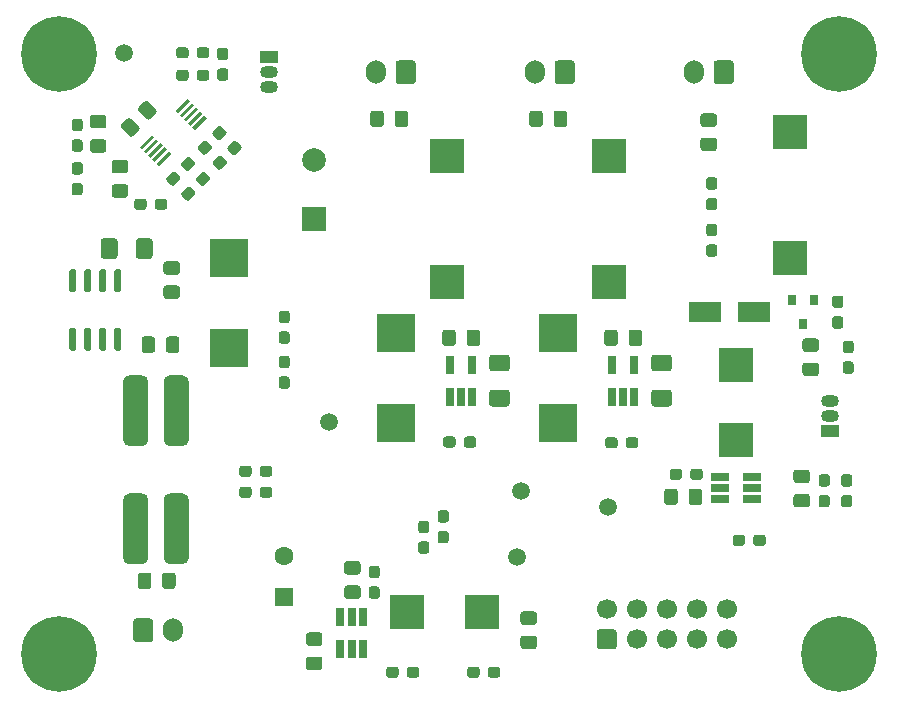
<source format=gbr>
%TF.GenerationSoftware,KiCad,Pcbnew,(5.1.6)-1*%
%TF.CreationDate,2020-11-03T02:47:29-08:00*%
%TF.ProjectId,Power Board V2,506f7765-7220-4426-9f61-72642056322e,rev?*%
%TF.SameCoordinates,Original*%
%TF.FileFunction,Soldermask,Top*%
%TF.FilePolarity,Negative*%
%FSLAX46Y46*%
G04 Gerber Fmt 4.6, Leading zero omitted, Abs format (unit mm)*
G04 Created by KiCad (PCBNEW (5.1.6)-1) date 2020-11-03 02:47:29*
%MOMM*%
%LPD*%
G01*
G04 APERTURE LIST*
%ADD10C,0.100000*%
%ADD11R,1.500000X1.050000*%
%ADD12O,1.500000X1.050000*%
%ADD13R,3.000000X3.000000*%
%ADD14R,3.300000X3.300000*%
%ADD15R,2.000000X2.000000*%
%ADD16C,2.000000*%
%ADD17R,0.800000X0.900000*%
%ADD18R,1.560000X0.650000*%
%ADD19R,0.650000X1.560000*%
%ADD20R,2.700000X1.800000*%
%ADD21O,1.700000X2.000000*%
%ADD22C,0.800000*%
%ADD23C,6.400000*%
%ADD24R,1.600000X1.600000*%
%ADD25C,1.600000*%
%ADD26C,1.700000*%
%ADD27C,1.500000*%
G04 APERTURE END LIST*
%TO.C,R2*%
G36*
G01*
X110432001Y-85021000D02*
X109531999Y-85021000D01*
G75*
G02*
X109282000Y-84771001I0J249999D01*
G01*
X109282000Y-84120999D01*
G75*
G02*
X109531999Y-83871000I249999J0D01*
G01*
X110432001Y-83871000D01*
G75*
G02*
X110682000Y-84120999I0J-249999D01*
G01*
X110682000Y-84771001D01*
G75*
G02*
X110432001Y-85021000I-249999J0D01*
G01*
G37*
G36*
G01*
X110432001Y-87071000D02*
X109531999Y-87071000D01*
G75*
G02*
X109282000Y-86821001I0J249999D01*
G01*
X109282000Y-86170999D01*
G75*
G02*
X109531999Y-85921000I249999J0D01*
G01*
X110432001Y-85921000D01*
G75*
G02*
X110682000Y-86170999I0J-249999D01*
G01*
X110682000Y-86821001D01*
G75*
G02*
X110432001Y-87071000I-249999J0D01*
G01*
G37*
%TD*%
D10*
%TO.C,IC1*%
G36*
X118980115Y-83912109D02*
G01*
X119178104Y-84110098D01*
X118138657Y-85149545D01*
X117940668Y-84951556D01*
X118980115Y-83912109D01*
G37*
G36*
X118626562Y-83558556D02*
G01*
X118824551Y-83756545D01*
X117785104Y-84795992D01*
X117587115Y-84598003D01*
X118626562Y-83558556D01*
G37*
G36*
X118273009Y-83205002D02*
G01*
X118470998Y-83402991D01*
X117431551Y-84442438D01*
X117233562Y-84244449D01*
X118273009Y-83205002D01*
G37*
G36*
X117919455Y-82851449D02*
G01*
X118117444Y-83049438D01*
X117077997Y-84088885D01*
X116880008Y-83890896D01*
X117919455Y-82851449D01*
G37*
G36*
X117565902Y-82497896D02*
G01*
X117763891Y-82695885D01*
X116724444Y-83735332D01*
X116526455Y-83537343D01*
X117565902Y-82497896D01*
G37*
G36*
X114525343Y-85538455D02*
G01*
X114723332Y-85736444D01*
X113683885Y-86775891D01*
X113485896Y-86577902D01*
X114525343Y-85538455D01*
G37*
G36*
X114878896Y-85892008D02*
G01*
X115076885Y-86089997D01*
X114037438Y-87129444D01*
X113839449Y-86931455D01*
X114878896Y-85892008D01*
G37*
G36*
X115232449Y-86245562D02*
G01*
X115430438Y-86443551D01*
X114390991Y-87482998D01*
X114193002Y-87285009D01*
X115232449Y-86245562D01*
G37*
G36*
X115586003Y-86599115D02*
G01*
X115783992Y-86797104D01*
X114744545Y-87836551D01*
X114546556Y-87638562D01*
X115586003Y-86599115D01*
G37*
G36*
X115939556Y-86952668D02*
G01*
X116137545Y-87150657D01*
X115098098Y-88190104D01*
X114900109Y-87992115D01*
X115939556Y-86952668D01*
G37*
%TD*%
D11*
%TO.C,Q1*%
X124460000Y-78994000D03*
D12*
X124460000Y-81534000D03*
X124460000Y-80264000D03*
%TD*%
D13*
%TO.C,L2*%
X163957000Y-111354000D03*
X163957000Y-105054000D03*
%TD*%
%TO.C,L6*%
X142469000Y-125984000D03*
X136169000Y-125984000D03*
%TD*%
%TO.C,L3*%
X139509500Y-87360000D03*
X139509500Y-98060000D03*
%TD*%
%TO.C,L5*%
X153225500Y-87360000D03*
X153225500Y-98060000D03*
%TD*%
%TO.C,L4*%
X168529000Y-96028000D03*
X168529000Y-85328000D03*
%TD*%
%TO.C,R8*%
G36*
G01*
X120456011Y-84871913D02*
X120791887Y-85207789D01*
G75*
G02*
X120791887Y-85543665I-167938J-167938D01*
G01*
X120385301Y-85950251D01*
G75*
G02*
X120049425Y-85950251I-167938J167938D01*
G01*
X119713549Y-85614375D01*
G75*
G02*
X119713549Y-85278499I167938J167938D01*
G01*
X120120135Y-84871913D01*
G75*
G02*
X120456011Y-84871913I167938J-167938D01*
G01*
G37*
G36*
G01*
X119218575Y-86109349D02*
X119554451Y-86445225D01*
G75*
G02*
X119554451Y-86781101I-167938J-167938D01*
G01*
X119147865Y-87187687D01*
G75*
G02*
X118811989Y-87187687I-167938J167938D01*
G01*
X118476113Y-86851811D01*
G75*
G02*
X118476113Y-86515935I167938J167938D01*
G01*
X118882699Y-86109349D01*
G75*
G02*
X119218575Y-86109349I167938J-167938D01*
G01*
G37*
%TD*%
%TO.C,R3*%
G36*
G01*
X120760500Y-79228200D02*
X120285500Y-79228200D01*
G75*
G02*
X120048000Y-78990700I0J237500D01*
G01*
X120048000Y-78415700D01*
G75*
G02*
X120285500Y-78178200I237500J0D01*
G01*
X120760500Y-78178200D01*
G75*
G02*
X120998000Y-78415700I0J-237500D01*
G01*
X120998000Y-78990700D01*
G75*
G02*
X120760500Y-79228200I-237500J0D01*
G01*
G37*
G36*
G01*
X120760500Y-80978200D02*
X120285500Y-80978200D01*
G75*
G02*
X120048000Y-80740700I0J237500D01*
G01*
X120048000Y-80165700D01*
G75*
G02*
X120285500Y-79928200I237500J0D01*
G01*
X120760500Y-79928200D01*
G75*
G02*
X120998000Y-80165700I0J-237500D01*
G01*
X120998000Y-80740700D01*
G75*
G02*
X120760500Y-80978200I-237500J0D01*
G01*
G37*
%TD*%
%TO.C,C8*%
G36*
G01*
X108441500Y-85248000D02*
X107966500Y-85248000D01*
G75*
G02*
X107729000Y-85010500I0J237500D01*
G01*
X107729000Y-84435500D01*
G75*
G02*
X107966500Y-84198000I237500J0D01*
G01*
X108441500Y-84198000D01*
G75*
G02*
X108679000Y-84435500I0J-237500D01*
G01*
X108679000Y-85010500D01*
G75*
G02*
X108441500Y-85248000I-237500J0D01*
G01*
G37*
G36*
G01*
X108441500Y-86998000D02*
X107966500Y-86998000D01*
G75*
G02*
X107729000Y-86760500I0J237500D01*
G01*
X107729000Y-86185500D01*
G75*
G02*
X107966500Y-85948000I237500J0D01*
G01*
X108441500Y-85948000D01*
G75*
G02*
X108679000Y-86185500I0J-237500D01*
G01*
X108679000Y-86760500D01*
G75*
G02*
X108441500Y-86998000I-237500J0D01*
G01*
G37*
%TD*%
%TO.C,R5*%
G36*
G01*
X108441500Y-88931000D02*
X107966500Y-88931000D01*
G75*
G02*
X107729000Y-88693500I0J237500D01*
G01*
X107729000Y-88118500D01*
G75*
G02*
X107966500Y-87881000I237500J0D01*
G01*
X108441500Y-87881000D01*
G75*
G02*
X108679000Y-88118500I0J-237500D01*
G01*
X108679000Y-88693500D01*
G75*
G02*
X108441500Y-88931000I-237500J0D01*
G01*
G37*
G36*
G01*
X108441500Y-90681000D02*
X107966500Y-90681000D01*
G75*
G02*
X107729000Y-90443500I0J237500D01*
G01*
X107729000Y-89868500D01*
G75*
G02*
X107966500Y-89631000I237500J0D01*
G01*
X108441500Y-89631000D01*
G75*
G02*
X108679000Y-89868500I0J-237500D01*
G01*
X108679000Y-90443500D01*
G75*
G02*
X108441500Y-90681000I-237500J0D01*
G01*
G37*
%TD*%
D14*
%TO.C,D1*%
X121094500Y-103622000D03*
X121094500Y-96022000D03*
%TD*%
%TO.C,D2*%
X135191500Y-102372000D03*
X135191500Y-109972000D03*
%TD*%
%TO.C,D4*%
X148907500Y-102372000D03*
X148907500Y-109972000D03*
%TD*%
%TO.C,L1*%
G36*
G01*
X112081500Y-121381500D02*
X112081500Y-116456500D01*
G75*
G02*
X112619000Y-115919000I537500J0D01*
G01*
X113694000Y-115919000D01*
G75*
G02*
X114231500Y-116456500I0J-537500D01*
G01*
X114231500Y-121381500D01*
G75*
G02*
X113694000Y-121919000I-537500J0D01*
G01*
X112619000Y-121919000D01*
G75*
G02*
X112081500Y-121381500I0J537500D01*
G01*
G37*
G36*
G01*
X115511500Y-121381500D02*
X115511500Y-116456500D01*
G75*
G02*
X116049000Y-115919000I537500J0D01*
G01*
X117124000Y-115919000D01*
G75*
G02*
X117661500Y-116456500I0J-537500D01*
G01*
X117661500Y-121381500D01*
G75*
G02*
X117124000Y-121919000I-537500J0D01*
G01*
X116049000Y-121919000D01*
G75*
G02*
X115511500Y-121381500I0J537500D01*
G01*
G37*
G36*
G01*
X115511500Y-111381500D02*
X115511500Y-106456500D01*
G75*
G02*
X116049000Y-105919000I537500J0D01*
G01*
X117124000Y-105919000D01*
G75*
G02*
X117661500Y-106456500I0J-537500D01*
G01*
X117661500Y-111381500D01*
G75*
G02*
X117124000Y-111919000I-537500J0D01*
G01*
X116049000Y-111919000D01*
G75*
G02*
X115511500Y-111381500I0J537500D01*
G01*
G37*
G36*
G01*
X112081500Y-111381500D02*
X112081500Y-106456500D01*
G75*
G02*
X112619000Y-105919000I537500J0D01*
G01*
X113694000Y-105919000D01*
G75*
G02*
X114231500Y-106456500I0J-537500D01*
G01*
X114231500Y-111381500D01*
G75*
G02*
X113694000Y-111919000I-537500J0D01*
G01*
X112619000Y-111919000D01*
G75*
G02*
X112081500Y-111381500I0J537500D01*
G01*
G37*
%TD*%
%TO.C,R1*%
G36*
G01*
X112273501Y-90881000D02*
X111373499Y-90881000D01*
G75*
G02*
X111123500Y-90631001I0J249999D01*
G01*
X111123500Y-89980999D01*
G75*
G02*
X111373499Y-89731000I249999J0D01*
G01*
X112273501Y-89731000D01*
G75*
G02*
X112523500Y-89980999I0J-249999D01*
G01*
X112523500Y-90631001D01*
G75*
G02*
X112273501Y-90881000I-249999J0D01*
G01*
G37*
G36*
G01*
X112273501Y-88831000D02*
X111373499Y-88831000D01*
G75*
G02*
X111123500Y-88581001I0J249999D01*
G01*
X111123500Y-87930999D01*
G75*
G02*
X111373499Y-87681000I249999J0D01*
G01*
X112273501Y-87681000D01*
G75*
G02*
X112523500Y-87930999I0J-249999D01*
G01*
X112523500Y-88581001D01*
G75*
G02*
X112273501Y-88831000I-249999J0D01*
G01*
G37*
%TD*%
D15*
%TO.C,C23*%
X128270000Y-92710000D03*
D16*
X128270000Y-87710000D03*
%TD*%
%TO.C,Q2*%
G36*
G01*
X111483000Y-96943500D02*
X111783000Y-96943500D01*
G75*
G02*
X111933000Y-97093500I0J-150000D01*
G01*
X111933000Y-98743500D01*
G75*
G02*
X111783000Y-98893500I-150000J0D01*
G01*
X111483000Y-98893500D01*
G75*
G02*
X111333000Y-98743500I0J150000D01*
G01*
X111333000Y-97093500D01*
G75*
G02*
X111483000Y-96943500I150000J0D01*
G01*
G37*
G36*
G01*
X110213000Y-96943500D02*
X110513000Y-96943500D01*
G75*
G02*
X110663000Y-97093500I0J-150000D01*
G01*
X110663000Y-98743500D01*
G75*
G02*
X110513000Y-98893500I-150000J0D01*
G01*
X110213000Y-98893500D01*
G75*
G02*
X110063000Y-98743500I0J150000D01*
G01*
X110063000Y-97093500D01*
G75*
G02*
X110213000Y-96943500I150000J0D01*
G01*
G37*
G36*
G01*
X108943000Y-96943500D02*
X109243000Y-96943500D01*
G75*
G02*
X109393000Y-97093500I0J-150000D01*
G01*
X109393000Y-98743500D01*
G75*
G02*
X109243000Y-98893500I-150000J0D01*
G01*
X108943000Y-98893500D01*
G75*
G02*
X108793000Y-98743500I0J150000D01*
G01*
X108793000Y-97093500D01*
G75*
G02*
X108943000Y-96943500I150000J0D01*
G01*
G37*
G36*
G01*
X107673000Y-96943500D02*
X107973000Y-96943500D01*
G75*
G02*
X108123000Y-97093500I0J-150000D01*
G01*
X108123000Y-98743500D01*
G75*
G02*
X107973000Y-98893500I-150000J0D01*
G01*
X107673000Y-98893500D01*
G75*
G02*
X107523000Y-98743500I0J150000D01*
G01*
X107523000Y-97093500D01*
G75*
G02*
X107673000Y-96943500I150000J0D01*
G01*
G37*
G36*
G01*
X107673000Y-101893500D02*
X107973000Y-101893500D01*
G75*
G02*
X108123000Y-102043500I0J-150000D01*
G01*
X108123000Y-103693500D01*
G75*
G02*
X107973000Y-103843500I-150000J0D01*
G01*
X107673000Y-103843500D01*
G75*
G02*
X107523000Y-103693500I0J150000D01*
G01*
X107523000Y-102043500D01*
G75*
G02*
X107673000Y-101893500I150000J0D01*
G01*
G37*
G36*
G01*
X108943000Y-101893500D02*
X109243000Y-101893500D01*
G75*
G02*
X109393000Y-102043500I0J-150000D01*
G01*
X109393000Y-103693500D01*
G75*
G02*
X109243000Y-103843500I-150000J0D01*
G01*
X108943000Y-103843500D01*
G75*
G02*
X108793000Y-103693500I0J150000D01*
G01*
X108793000Y-102043500D01*
G75*
G02*
X108943000Y-101893500I150000J0D01*
G01*
G37*
G36*
G01*
X110213000Y-101893500D02*
X110513000Y-101893500D01*
G75*
G02*
X110663000Y-102043500I0J-150000D01*
G01*
X110663000Y-103693500D01*
G75*
G02*
X110513000Y-103843500I-150000J0D01*
G01*
X110213000Y-103843500D01*
G75*
G02*
X110063000Y-103693500I0J150000D01*
G01*
X110063000Y-102043500D01*
G75*
G02*
X110213000Y-101893500I150000J0D01*
G01*
G37*
G36*
G01*
X111483000Y-101893500D02*
X111783000Y-101893500D01*
G75*
G02*
X111933000Y-102043500I0J-150000D01*
G01*
X111933000Y-103693500D01*
G75*
G02*
X111783000Y-103843500I-150000J0D01*
G01*
X111483000Y-103843500D01*
G75*
G02*
X111333000Y-103693500I0J150000D01*
G01*
X111333000Y-102043500D01*
G75*
G02*
X111483000Y-101893500I150000J0D01*
G01*
G37*
%TD*%
%TO.C,R7*%
G36*
G01*
X121319425Y-87220251D02*
X120983549Y-86884375D01*
G75*
G02*
X120983549Y-86548499I167938J167938D01*
G01*
X121390135Y-86141913D01*
G75*
G02*
X121726011Y-86141913I167938J-167938D01*
G01*
X122061887Y-86477789D01*
G75*
G02*
X122061887Y-86813665I-167938J-167938D01*
G01*
X121655301Y-87220251D01*
G75*
G02*
X121319425Y-87220251I-167938J167938D01*
G01*
G37*
G36*
G01*
X120081989Y-88457687D02*
X119746113Y-88121811D01*
G75*
G02*
X119746113Y-87785935I167938J167938D01*
G01*
X120152699Y-87379349D01*
G75*
G02*
X120488575Y-87379349I167938J-167938D01*
G01*
X120824451Y-87715225D01*
G75*
G02*
X120824451Y-88051101I-167938J-167938D01*
G01*
X120417865Y-88457687D01*
G75*
G02*
X120081989Y-88457687I-167938J167938D01*
G01*
G37*
%TD*%
%TO.C,C3*%
G36*
G01*
X117633000Y-78375500D02*
X117633000Y-78850500D01*
G75*
G02*
X117395500Y-79088000I-237500J0D01*
G01*
X116820500Y-79088000D01*
G75*
G02*
X116583000Y-78850500I0J237500D01*
G01*
X116583000Y-78375500D01*
G75*
G02*
X116820500Y-78138000I237500J0D01*
G01*
X117395500Y-78138000D01*
G75*
G02*
X117633000Y-78375500I0J-237500D01*
G01*
G37*
G36*
G01*
X119383000Y-78375500D02*
X119383000Y-78850500D01*
G75*
G02*
X119145500Y-79088000I-237500J0D01*
G01*
X118570500Y-79088000D01*
G75*
G02*
X118333000Y-78850500I0J237500D01*
G01*
X118333000Y-78375500D01*
G75*
G02*
X118570500Y-78138000I237500J0D01*
G01*
X119145500Y-78138000D01*
G75*
G02*
X119383000Y-78375500I0J-237500D01*
G01*
G37*
%TD*%
%TO.C,C4*%
G36*
G01*
X119383000Y-80280500D02*
X119383000Y-80755500D01*
G75*
G02*
X119145500Y-80993000I-237500J0D01*
G01*
X118570500Y-80993000D01*
G75*
G02*
X118333000Y-80755500I0J237500D01*
G01*
X118333000Y-80280500D01*
G75*
G02*
X118570500Y-80043000I237500J0D01*
G01*
X119145500Y-80043000D01*
G75*
G02*
X119383000Y-80280500I0J-237500D01*
G01*
G37*
G36*
G01*
X117633000Y-80280500D02*
X117633000Y-80755500D01*
G75*
G02*
X117395500Y-80993000I-237500J0D01*
G01*
X116820500Y-80993000D01*
G75*
G02*
X116583000Y-80755500I0J237500D01*
G01*
X116583000Y-80280500D01*
G75*
G02*
X116820500Y-80043000I237500J0D01*
G01*
X117395500Y-80043000D01*
G75*
G02*
X117633000Y-80280500I0J-237500D01*
G01*
G37*
%TD*%
%TO.C,C5*%
G36*
G01*
X117414989Y-91073887D02*
X117079113Y-90738011D01*
G75*
G02*
X117079113Y-90402135I167938J167938D01*
G01*
X117485699Y-89995549D01*
G75*
G02*
X117821575Y-89995549I167938J-167938D01*
G01*
X118157451Y-90331425D01*
G75*
G02*
X118157451Y-90667301I-167938J-167938D01*
G01*
X117750865Y-91073887D01*
G75*
G02*
X117414989Y-91073887I-167938J167938D01*
G01*
G37*
G36*
G01*
X118652425Y-89836451D02*
X118316549Y-89500575D01*
G75*
G02*
X118316549Y-89164699I167938J167938D01*
G01*
X118723135Y-88758113D01*
G75*
G02*
X119059011Y-88758113I167938J-167938D01*
G01*
X119394887Y-89093989D01*
G75*
G02*
X119394887Y-89429865I-167938J-167938D01*
G01*
X118988301Y-89836451D01*
G75*
G02*
X118652425Y-89836451I-167938J167938D01*
G01*
G37*
%TD*%
%TO.C,C7*%
G36*
G01*
X117382425Y-88566451D02*
X117046549Y-88230575D01*
G75*
G02*
X117046549Y-87894699I167938J167938D01*
G01*
X117453135Y-87488113D01*
G75*
G02*
X117789011Y-87488113I167938J-167938D01*
G01*
X118124887Y-87823989D01*
G75*
G02*
X118124887Y-88159865I-167938J-167938D01*
G01*
X117718301Y-88566451D01*
G75*
G02*
X117382425Y-88566451I-167938J167938D01*
G01*
G37*
G36*
G01*
X116144989Y-89803887D02*
X115809113Y-89468011D01*
G75*
G02*
X115809113Y-89132135I167938J167938D01*
G01*
X116215699Y-88725549D01*
G75*
G02*
X116551575Y-88725549I167938J-167938D01*
G01*
X116887451Y-89061425D01*
G75*
G02*
X116887451Y-89397301I-167938J-167938D01*
G01*
X116480865Y-89803887D01*
G75*
G02*
X116144989Y-89803887I-167938J167938D01*
G01*
G37*
%TD*%
%TO.C,C9*%
G36*
G01*
X116655001Y-99453500D02*
X115754999Y-99453500D01*
G75*
G02*
X115505000Y-99203501I0J249999D01*
G01*
X115505000Y-98553499D01*
G75*
G02*
X115754999Y-98303500I249999J0D01*
G01*
X116655001Y-98303500D01*
G75*
G02*
X116905000Y-98553499I0J-249999D01*
G01*
X116905000Y-99203501D01*
G75*
G02*
X116655001Y-99453500I-249999J0D01*
G01*
G37*
G36*
G01*
X116655001Y-97403500D02*
X115754999Y-97403500D01*
G75*
G02*
X115505000Y-97153501I0J249999D01*
G01*
X115505000Y-96503499D01*
G75*
G02*
X115754999Y-96253500I249999J0D01*
G01*
X116655001Y-96253500D01*
G75*
G02*
X116905000Y-96503499I0J-249999D01*
G01*
X116905000Y-97153501D01*
G75*
G02*
X116655001Y-97403500I-249999J0D01*
G01*
G37*
%TD*%
%TO.C,C12*%
G36*
G01*
X159062000Y-115754999D02*
X159062000Y-116655001D01*
G75*
G02*
X158812001Y-116905000I-249999J0D01*
G01*
X158161999Y-116905000D01*
G75*
G02*
X157912000Y-116655001I0J249999D01*
G01*
X157912000Y-115754999D01*
G75*
G02*
X158161999Y-115505000I249999J0D01*
G01*
X158812001Y-115505000D01*
G75*
G02*
X159062000Y-115754999I0J-249999D01*
G01*
G37*
G36*
G01*
X161112000Y-115754999D02*
X161112000Y-116655001D01*
G75*
G02*
X160862001Y-116905000I-249999J0D01*
G01*
X160211999Y-116905000D01*
G75*
G02*
X159962000Y-116655001I0J249999D01*
G01*
X159962000Y-115754999D01*
G75*
G02*
X160211999Y-115505000I249999J0D01*
G01*
X160862001Y-115505000D01*
G75*
G02*
X161112000Y-115754999I0J-249999D01*
G01*
G37*
%TD*%
%TO.C,C13*%
G36*
G01*
X169995001Y-117106500D02*
X169094999Y-117106500D01*
G75*
G02*
X168845000Y-116856501I0J249999D01*
G01*
X168845000Y-116206499D01*
G75*
G02*
X169094999Y-115956500I249999J0D01*
G01*
X169995001Y-115956500D01*
G75*
G02*
X170245000Y-116206499I0J-249999D01*
G01*
X170245000Y-116856501D01*
G75*
G02*
X169995001Y-117106500I-249999J0D01*
G01*
G37*
G36*
G01*
X169995001Y-115056500D02*
X169094999Y-115056500D01*
G75*
G02*
X168845000Y-114806501I0J249999D01*
G01*
X168845000Y-114156499D01*
G75*
G02*
X169094999Y-113906500I249999J0D01*
G01*
X169995001Y-113906500D01*
G75*
G02*
X170245000Y-114156499I0J-249999D01*
G01*
X170245000Y-114806501D01*
G75*
G02*
X169995001Y-115056500I-249999J0D01*
G01*
G37*
%TD*%
%TO.C,C14*%
G36*
G01*
X169856999Y-102794000D02*
X170757001Y-102794000D01*
G75*
G02*
X171007000Y-103043999I0J-249999D01*
G01*
X171007000Y-103694001D01*
G75*
G02*
X170757001Y-103944000I-249999J0D01*
G01*
X169856999Y-103944000D01*
G75*
G02*
X169607000Y-103694001I0J249999D01*
G01*
X169607000Y-103043999D01*
G75*
G02*
X169856999Y-102794000I249999J0D01*
G01*
G37*
G36*
G01*
X169856999Y-104844000D02*
X170757001Y-104844000D01*
G75*
G02*
X171007000Y-105093999I0J-249999D01*
G01*
X171007000Y-105744001D01*
G75*
G02*
X170757001Y-105994000I-249999J0D01*
G01*
X169856999Y-105994000D01*
G75*
G02*
X169607000Y-105744001I0J249999D01*
G01*
X169607000Y-105093999D01*
G75*
G02*
X169856999Y-104844000I249999J0D01*
G01*
G37*
%TD*%
%TO.C,C15*%
G36*
G01*
X141166000Y-103193001D02*
X141166000Y-102292999D01*
G75*
G02*
X141415999Y-102043000I249999J0D01*
G01*
X142066001Y-102043000D01*
G75*
G02*
X142316000Y-102292999I0J-249999D01*
G01*
X142316000Y-103193001D01*
G75*
G02*
X142066001Y-103443000I-249999J0D01*
G01*
X141415999Y-103443000D01*
G75*
G02*
X141166000Y-103193001I0J249999D01*
G01*
G37*
G36*
G01*
X139116000Y-103193001D02*
X139116000Y-102292999D01*
G75*
G02*
X139365999Y-102043000I249999J0D01*
G01*
X140016001Y-102043000D01*
G75*
G02*
X140266000Y-102292999I0J-249999D01*
G01*
X140266000Y-103193001D01*
G75*
G02*
X140016001Y-103443000I-249999J0D01*
G01*
X139365999Y-103443000D01*
G75*
G02*
X139116000Y-103193001I0J249999D01*
G01*
G37*
%TD*%
%TO.C,C16*%
G36*
G01*
X136220000Y-83750999D02*
X136220000Y-84651001D01*
G75*
G02*
X135970001Y-84901000I-249999J0D01*
G01*
X135319999Y-84901000D01*
G75*
G02*
X135070000Y-84651001I0J249999D01*
G01*
X135070000Y-83750999D01*
G75*
G02*
X135319999Y-83501000I249999J0D01*
G01*
X135970001Y-83501000D01*
G75*
G02*
X136220000Y-83750999I0J-249999D01*
G01*
G37*
G36*
G01*
X134170000Y-83750999D02*
X134170000Y-84651001D01*
G75*
G02*
X133920001Y-84901000I-249999J0D01*
G01*
X133269999Y-84901000D01*
G75*
G02*
X133020000Y-84651001I0J249999D01*
G01*
X133020000Y-83750999D01*
G75*
G02*
X133269999Y-83501000I249999J0D01*
G01*
X133920001Y-83501000D01*
G75*
G02*
X134170000Y-83750999I0J-249999D01*
G01*
G37*
%TD*%
%TO.C,C17*%
G36*
G01*
X161220999Y-83744000D02*
X162121001Y-83744000D01*
G75*
G02*
X162371000Y-83993999I0J-249999D01*
G01*
X162371000Y-84644001D01*
G75*
G02*
X162121001Y-84894000I-249999J0D01*
G01*
X161220999Y-84894000D01*
G75*
G02*
X160971000Y-84644001I0J249999D01*
G01*
X160971000Y-83993999D01*
G75*
G02*
X161220999Y-83744000I249999J0D01*
G01*
G37*
G36*
G01*
X161220999Y-85794000D02*
X162121001Y-85794000D01*
G75*
G02*
X162371000Y-86043999I0J-249999D01*
G01*
X162371000Y-86694001D01*
G75*
G02*
X162121001Y-86944000I-249999J0D01*
G01*
X161220999Y-86944000D01*
G75*
G02*
X160971000Y-86694001I0J249999D01*
G01*
X160971000Y-86043999D01*
G75*
G02*
X161220999Y-85794000I249999J0D01*
G01*
G37*
%TD*%
%TO.C,C18*%
G36*
G01*
X154882000Y-103193001D02*
X154882000Y-102292999D01*
G75*
G02*
X155131999Y-102043000I249999J0D01*
G01*
X155782001Y-102043000D01*
G75*
G02*
X156032000Y-102292999I0J-249999D01*
G01*
X156032000Y-103193001D01*
G75*
G02*
X155782001Y-103443000I-249999J0D01*
G01*
X155131999Y-103443000D01*
G75*
G02*
X154882000Y-103193001I0J249999D01*
G01*
G37*
G36*
G01*
X152832000Y-103193001D02*
X152832000Y-102292999D01*
G75*
G02*
X153081999Y-102043000I249999J0D01*
G01*
X153732001Y-102043000D01*
G75*
G02*
X153982000Y-102292999I0J-249999D01*
G01*
X153982000Y-103193001D01*
G75*
G02*
X153732001Y-103443000I-249999J0D01*
G01*
X153081999Y-103443000D01*
G75*
G02*
X152832000Y-103193001I0J249999D01*
G01*
G37*
%TD*%
%TO.C,C19*%
G36*
G01*
X149682000Y-83750999D02*
X149682000Y-84651001D01*
G75*
G02*
X149432001Y-84901000I-249999J0D01*
G01*
X148781999Y-84901000D01*
G75*
G02*
X148532000Y-84651001I0J249999D01*
G01*
X148532000Y-83750999D01*
G75*
G02*
X148781999Y-83501000I249999J0D01*
G01*
X149432001Y-83501000D01*
G75*
G02*
X149682000Y-83750999I0J-249999D01*
G01*
G37*
G36*
G01*
X147632000Y-83750999D02*
X147632000Y-84651001D01*
G75*
G02*
X147382001Y-84901000I-249999J0D01*
G01*
X146731999Y-84901000D01*
G75*
G02*
X146482000Y-84651001I0J249999D01*
G01*
X146482000Y-83750999D01*
G75*
G02*
X146731999Y-83501000I249999J0D01*
G01*
X147382001Y-83501000D01*
G75*
G02*
X147632000Y-83750999I0J-249999D01*
G01*
G37*
%TD*%
%TO.C,C20*%
G36*
G01*
X131958501Y-122803500D02*
X131058499Y-122803500D01*
G75*
G02*
X130808500Y-122553501I0J249999D01*
G01*
X130808500Y-121903499D01*
G75*
G02*
X131058499Y-121653500I249999J0D01*
G01*
X131958501Y-121653500D01*
G75*
G02*
X132208500Y-121903499I0J-249999D01*
G01*
X132208500Y-122553501D01*
G75*
G02*
X131958501Y-122803500I-249999J0D01*
G01*
G37*
G36*
G01*
X131958501Y-124853500D02*
X131058499Y-124853500D01*
G75*
G02*
X130808500Y-124603501I0J249999D01*
G01*
X130808500Y-123953499D01*
G75*
G02*
X131058499Y-123703500I249999J0D01*
G01*
X131958501Y-123703500D01*
G75*
G02*
X132208500Y-123953499I0J-249999D01*
G01*
X132208500Y-124603501D01*
G75*
G02*
X131958501Y-124853500I-249999J0D01*
G01*
G37*
%TD*%
%TO.C,C21*%
G36*
G01*
X128720001Y-130886000D02*
X127819999Y-130886000D01*
G75*
G02*
X127570000Y-130636001I0J249999D01*
G01*
X127570000Y-129985999D01*
G75*
G02*
X127819999Y-129736000I249999J0D01*
G01*
X128720001Y-129736000D01*
G75*
G02*
X128970000Y-129985999I0J-249999D01*
G01*
X128970000Y-130636001D01*
G75*
G02*
X128720001Y-130886000I-249999J0D01*
G01*
G37*
G36*
G01*
X128720001Y-128836000D02*
X127819999Y-128836000D01*
G75*
G02*
X127570000Y-128586001I0J249999D01*
G01*
X127570000Y-127935999D01*
G75*
G02*
X127819999Y-127686000I249999J0D01*
G01*
X128720001Y-127686000D01*
G75*
G02*
X128970000Y-127935999I0J-249999D01*
G01*
X128970000Y-128586001D01*
G75*
G02*
X128720001Y-128836000I-249999J0D01*
G01*
G37*
%TD*%
%TO.C,C22*%
G36*
G01*
X145980999Y-127958000D02*
X146881001Y-127958000D01*
G75*
G02*
X147131000Y-128207999I0J-249999D01*
G01*
X147131000Y-128858001D01*
G75*
G02*
X146881001Y-129108000I-249999J0D01*
G01*
X145980999Y-129108000D01*
G75*
G02*
X145731000Y-128858001I0J249999D01*
G01*
X145731000Y-128207999D01*
G75*
G02*
X145980999Y-127958000I249999J0D01*
G01*
G37*
G36*
G01*
X145980999Y-125908000D02*
X146881001Y-125908000D01*
G75*
G02*
X147131000Y-126157999I0J-249999D01*
G01*
X147131000Y-126808001D01*
G75*
G02*
X146881001Y-127058000I-249999J0D01*
G01*
X145980999Y-127058000D01*
G75*
G02*
X145731000Y-126808001I0J249999D01*
G01*
X145731000Y-126157999D01*
G75*
G02*
X145980999Y-125908000I249999J0D01*
G01*
G37*
%TD*%
D12*
%TO.C,Q3*%
X171958000Y-109347000D03*
X171958000Y-108077000D03*
D11*
X171958000Y-110617000D03*
%TD*%
D17*
%TO.C,Q4*%
X170622000Y-99584000D03*
X168722000Y-99584000D03*
X169672000Y-101584000D03*
%TD*%
%TO.C,R4*%
G36*
G01*
X112597828Y-85650569D02*
X111961431Y-85014172D01*
G75*
G02*
X111961431Y-84660620I176776J176776D01*
G01*
X112421052Y-84200999D01*
G75*
G02*
X112774604Y-84200999I176776J-176776D01*
G01*
X113411001Y-84837396D01*
G75*
G02*
X113411001Y-85190948I-176776J-176776D01*
G01*
X112951380Y-85650569D01*
G75*
G02*
X112597828Y-85650569I-176776J176776D01*
G01*
G37*
G36*
G01*
X114047396Y-84201001D02*
X113410999Y-83564604D01*
G75*
G02*
X113410999Y-83211052I176776J176776D01*
G01*
X113870620Y-82751431D01*
G75*
G02*
X114224172Y-82751431I176776J-176776D01*
G01*
X114860569Y-83387828D01*
G75*
G02*
X114860569Y-83741380I-176776J-176776D01*
G01*
X114400948Y-84201001D01*
G75*
G02*
X114047396Y-84201001I-176776J176776D01*
G01*
G37*
%TD*%
%TO.C,R6*%
G36*
G01*
X110195000Y-95811500D02*
X110195000Y-94561500D01*
G75*
G02*
X110445000Y-94311500I250000J0D01*
G01*
X111370000Y-94311500D01*
G75*
G02*
X111620000Y-94561500I0J-250000D01*
G01*
X111620000Y-95811500D01*
G75*
G02*
X111370000Y-96061500I-250000J0D01*
G01*
X110445000Y-96061500D01*
G75*
G02*
X110195000Y-95811500I0J250000D01*
G01*
G37*
G36*
G01*
X113170000Y-95811500D02*
X113170000Y-94561500D01*
G75*
G02*
X113420000Y-94311500I250000J0D01*
G01*
X114345000Y-94311500D01*
G75*
G02*
X114595000Y-94561500I0J-250000D01*
G01*
X114595000Y-95811500D01*
G75*
G02*
X114345000Y-96061500I-250000J0D01*
G01*
X113420000Y-96061500D01*
G75*
G02*
X113170000Y-95811500I0J250000D01*
G01*
G37*
%TD*%
%TO.C,R10*%
G36*
G01*
X144021000Y-130826500D02*
X144021000Y-131301500D01*
G75*
G02*
X143783500Y-131539000I-237500J0D01*
G01*
X143208500Y-131539000D01*
G75*
G02*
X142971000Y-131301500I0J237500D01*
G01*
X142971000Y-130826500D01*
G75*
G02*
X143208500Y-130589000I237500J0D01*
G01*
X143783500Y-130589000D01*
G75*
G02*
X144021000Y-130826500I0J-237500D01*
G01*
G37*
G36*
G01*
X142271000Y-130826500D02*
X142271000Y-131301500D01*
G75*
G02*
X142033500Y-131539000I-237500J0D01*
G01*
X141458500Y-131539000D01*
G75*
G02*
X141221000Y-131301500I0J237500D01*
G01*
X141221000Y-130826500D01*
G75*
G02*
X141458500Y-130589000I237500J0D01*
G01*
X142033500Y-130589000D01*
G75*
G02*
X142271000Y-130826500I0J-237500D01*
G01*
G37*
%TD*%
%TO.C,R11*%
G36*
G01*
X136113000Y-131301500D02*
X136113000Y-130826500D01*
G75*
G02*
X136350500Y-130589000I237500J0D01*
G01*
X136925500Y-130589000D01*
G75*
G02*
X137163000Y-130826500I0J-237500D01*
G01*
X137163000Y-131301500D01*
G75*
G02*
X136925500Y-131539000I-237500J0D01*
G01*
X136350500Y-131539000D01*
G75*
G02*
X136113000Y-131301500I0J237500D01*
G01*
G37*
G36*
G01*
X134363000Y-131301500D02*
X134363000Y-130826500D01*
G75*
G02*
X134600500Y-130589000I237500J0D01*
G01*
X135175500Y-130589000D01*
G75*
G02*
X135413000Y-130826500I0J-237500D01*
G01*
X135413000Y-131301500D01*
G75*
G02*
X135175500Y-131539000I-237500J0D01*
G01*
X134600500Y-131539000D01*
G75*
G02*
X134363000Y-131301500I0J237500D01*
G01*
G37*
%TD*%
%TO.C,R12*%
G36*
G01*
X171212500Y-116047000D02*
X171687500Y-116047000D01*
G75*
G02*
X171925000Y-116284500I0J-237500D01*
G01*
X171925000Y-116859500D01*
G75*
G02*
X171687500Y-117097000I-237500J0D01*
G01*
X171212500Y-117097000D01*
G75*
G02*
X170975000Y-116859500I0J237500D01*
G01*
X170975000Y-116284500D01*
G75*
G02*
X171212500Y-116047000I237500J0D01*
G01*
G37*
G36*
G01*
X171212500Y-114297000D02*
X171687500Y-114297000D01*
G75*
G02*
X171925000Y-114534500I0J-237500D01*
G01*
X171925000Y-115109500D01*
G75*
G02*
X171687500Y-115347000I-237500J0D01*
G01*
X171212500Y-115347000D01*
G75*
G02*
X170975000Y-115109500I0J237500D01*
G01*
X170975000Y-114534500D01*
G75*
G02*
X171212500Y-114297000I237500J0D01*
G01*
G37*
%TD*%
%TO.C,R13*%
G36*
G01*
X173592500Y-117097000D02*
X173117500Y-117097000D01*
G75*
G02*
X172880000Y-116859500I0J237500D01*
G01*
X172880000Y-116284500D01*
G75*
G02*
X173117500Y-116047000I237500J0D01*
G01*
X173592500Y-116047000D01*
G75*
G02*
X173830000Y-116284500I0J-237500D01*
G01*
X173830000Y-116859500D01*
G75*
G02*
X173592500Y-117097000I-237500J0D01*
G01*
G37*
G36*
G01*
X173592500Y-115347000D02*
X173117500Y-115347000D01*
G75*
G02*
X172880000Y-115109500I0J237500D01*
G01*
X172880000Y-114534500D01*
G75*
G02*
X173117500Y-114297000I237500J0D01*
G01*
X173592500Y-114297000D01*
G75*
G02*
X173830000Y-114534500I0J-237500D01*
G01*
X173830000Y-115109500D01*
G75*
G02*
X173592500Y-115347000I-237500J0D01*
G01*
G37*
%TD*%
%TO.C,R14*%
G36*
G01*
X140239000Y-111332000D02*
X140239000Y-111807000D01*
G75*
G02*
X140001500Y-112044500I-237500J0D01*
G01*
X139426500Y-112044500D01*
G75*
G02*
X139189000Y-111807000I0J237500D01*
G01*
X139189000Y-111332000D01*
G75*
G02*
X139426500Y-111094500I237500J0D01*
G01*
X140001500Y-111094500D01*
G75*
G02*
X140239000Y-111332000I0J-237500D01*
G01*
G37*
G36*
G01*
X141989000Y-111332000D02*
X141989000Y-111807000D01*
G75*
G02*
X141751500Y-112044500I-237500J0D01*
G01*
X141176500Y-112044500D01*
G75*
G02*
X140939000Y-111807000I0J237500D01*
G01*
X140939000Y-111332000D01*
G75*
G02*
X141176500Y-111094500I237500J0D01*
G01*
X141751500Y-111094500D01*
G75*
G02*
X141989000Y-111332000I0J-237500D01*
G01*
G37*
%TD*%
%TO.C,R15*%
G36*
G01*
X143329500Y-104162500D02*
X144579500Y-104162500D01*
G75*
G02*
X144829500Y-104412500I0J-250000D01*
G01*
X144829500Y-105337500D01*
G75*
G02*
X144579500Y-105587500I-250000J0D01*
G01*
X143329500Y-105587500D01*
G75*
G02*
X143079500Y-105337500I0J250000D01*
G01*
X143079500Y-104412500D01*
G75*
G02*
X143329500Y-104162500I250000J0D01*
G01*
G37*
G36*
G01*
X143329500Y-107137500D02*
X144579500Y-107137500D01*
G75*
G02*
X144829500Y-107387500I0J-250000D01*
G01*
X144829500Y-108312500D01*
G75*
G02*
X144579500Y-108562500I-250000J0D01*
G01*
X143329500Y-108562500D01*
G75*
G02*
X143079500Y-108312500I0J250000D01*
G01*
X143079500Y-107387500D01*
G75*
G02*
X143329500Y-107137500I250000J0D01*
G01*
G37*
%TD*%
%TO.C,R16*%
G36*
G01*
X172830500Y-101970000D02*
X172355500Y-101970000D01*
G75*
G02*
X172118000Y-101732500I0J237500D01*
G01*
X172118000Y-101157500D01*
G75*
G02*
X172355500Y-100920000I237500J0D01*
G01*
X172830500Y-100920000D01*
G75*
G02*
X173068000Y-101157500I0J-237500D01*
G01*
X173068000Y-101732500D01*
G75*
G02*
X172830500Y-101970000I-237500J0D01*
G01*
G37*
G36*
G01*
X172830500Y-100220000D02*
X172355500Y-100220000D01*
G75*
G02*
X172118000Y-99982500I0J237500D01*
G01*
X172118000Y-99407500D01*
G75*
G02*
X172355500Y-99170000I237500J0D01*
G01*
X172830500Y-99170000D01*
G75*
G02*
X173068000Y-99407500I0J-237500D01*
G01*
X173068000Y-99982500D01*
G75*
G02*
X172830500Y-100220000I-237500J0D01*
G01*
G37*
%TD*%
%TO.C,R17*%
G36*
G01*
X173719500Y-104044000D02*
X173244500Y-104044000D01*
G75*
G02*
X173007000Y-103806500I0J237500D01*
G01*
X173007000Y-103231500D01*
G75*
G02*
X173244500Y-102994000I237500J0D01*
G01*
X173719500Y-102994000D01*
G75*
G02*
X173957000Y-103231500I0J-237500D01*
G01*
X173957000Y-103806500D01*
G75*
G02*
X173719500Y-104044000I-237500J0D01*
G01*
G37*
G36*
G01*
X173719500Y-105794000D02*
X173244500Y-105794000D01*
G75*
G02*
X173007000Y-105556500I0J237500D01*
G01*
X173007000Y-104981500D01*
G75*
G02*
X173244500Y-104744000I237500J0D01*
G01*
X173719500Y-104744000D01*
G75*
G02*
X173957000Y-104981500I0J-237500D01*
G01*
X173957000Y-105556500D01*
G75*
G02*
X173719500Y-105794000I-237500J0D01*
G01*
G37*
%TD*%
%TO.C,R18*%
G36*
G01*
X161687500Y-90901000D02*
X162162500Y-90901000D01*
G75*
G02*
X162400000Y-91138500I0J-237500D01*
G01*
X162400000Y-91713500D01*
G75*
G02*
X162162500Y-91951000I-237500J0D01*
G01*
X161687500Y-91951000D01*
G75*
G02*
X161450000Y-91713500I0J237500D01*
G01*
X161450000Y-91138500D01*
G75*
G02*
X161687500Y-90901000I237500J0D01*
G01*
G37*
G36*
G01*
X161687500Y-89151000D02*
X162162500Y-89151000D01*
G75*
G02*
X162400000Y-89388500I0J-237500D01*
G01*
X162400000Y-89963500D01*
G75*
G02*
X162162500Y-90201000I-237500J0D01*
G01*
X161687500Y-90201000D01*
G75*
G02*
X161450000Y-89963500I0J237500D01*
G01*
X161450000Y-89388500D01*
G75*
G02*
X161687500Y-89151000I237500J0D01*
G01*
G37*
%TD*%
%TO.C,R19*%
G36*
G01*
X162162500Y-95888000D02*
X161687500Y-95888000D01*
G75*
G02*
X161450000Y-95650500I0J237500D01*
G01*
X161450000Y-95075500D01*
G75*
G02*
X161687500Y-94838000I237500J0D01*
G01*
X162162500Y-94838000D01*
G75*
G02*
X162400000Y-95075500I0J-237500D01*
G01*
X162400000Y-95650500D01*
G75*
G02*
X162162500Y-95888000I-237500J0D01*
G01*
G37*
G36*
G01*
X162162500Y-94138000D02*
X161687500Y-94138000D01*
G75*
G02*
X161450000Y-93900500I0J237500D01*
G01*
X161450000Y-93325500D01*
G75*
G02*
X161687500Y-93088000I237500J0D01*
G01*
X162162500Y-93088000D01*
G75*
G02*
X162400000Y-93325500I0J-237500D01*
G01*
X162400000Y-93900500D01*
G75*
G02*
X162162500Y-94138000I-237500J0D01*
G01*
G37*
%TD*%
%TO.C,R20*%
G36*
G01*
X155705000Y-111395500D02*
X155705000Y-111870500D01*
G75*
G02*
X155467500Y-112108000I-237500J0D01*
G01*
X154892500Y-112108000D01*
G75*
G02*
X154655000Y-111870500I0J237500D01*
G01*
X154655000Y-111395500D01*
G75*
G02*
X154892500Y-111158000I237500J0D01*
G01*
X155467500Y-111158000D01*
G75*
G02*
X155705000Y-111395500I0J-237500D01*
G01*
G37*
G36*
G01*
X153955000Y-111395500D02*
X153955000Y-111870500D01*
G75*
G02*
X153717500Y-112108000I-237500J0D01*
G01*
X153142500Y-112108000D01*
G75*
G02*
X152905000Y-111870500I0J237500D01*
G01*
X152905000Y-111395500D01*
G75*
G02*
X153142500Y-111158000I237500J0D01*
G01*
X153717500Y-111158000D01*
G75*
G02*
X153955000Y-111395500I0J-237500D01*
G01*
G37*
%TD*%
%TO.C,R21*%
G36*
G01*
X157058200Y-104162500D02*
X158308200Y-104162500D01*
G75*
G02*
X158558200Y-104412500I0J-250000D01*
G01*
X158558200Y-105337500D01*
G75*
G02*
X158308200Y-105587500I-250000J0D01*
G01*
X157058200Y-105587500D01*
G75*
G02*
X156808200Y-105337500I0J250000D01*
G01*
X156808200Y-104412500D01*
G75*
G02*
X157058200Y-104162500I250000J0D01*
G01*
G37*
G36*
G01*
X157058200Y-107137500D02*
X158308200Y-107137500D01*
G75*
G02*
X158558200Y-107387500I0J-250000D01*
G01*
X158558200Y-108312500D01*
G75*
G02*
X158308200Y-108562500I-250000J0D01*
G01*
X157058200Y-108562500D01*
G75*
G02*
X156808200Y-108312500I0J250000D01*
G01*
X156808200Y-107387500D01*
G75*
G02*
X157058200Y-107137500I250000J0D01*
G01*
G37*
%TD*%
D18*
%TO.C,U1*%
X165307000Y-116393000D03*
X165307000Y-115443000D03*
X165307000Y-114493000D03*
X162607000Y-114493000D03*
X162607000Y-116393000D03*
X162607000Y-115443000D03*
%TD*%
D19*
%TO.C,U2*%
X139766000Y-105012500D03*
X141666000Y-105012500D03*
X141666000Y-107712500D03*
X140716000Y-107712500D03*
X139766000Y-107712500D03*
%TD*%
%TO.C,U3*%
X153482000Y-107712500D03*
X154432000Y-107712500D03*
X155382000Y-107712500D03*
X155382000Y-105012500D03*
X153482000Y-105012500D03*
%TD*%
%TO.C,U4*%
X130495000Y-129112000D03*
X131445000Y-129112000D03*
X132395000Y-129112000D03*
X132395000Y-126412000D03*
X130495000Y-126412000D03*
X131445000Y-126412000D03*
%TD*%
%TO.C,C2*%
G36*
G01*
X114485000Y-122866999D02*
X114485000Y-123767001D01*
G75*
G02*
X114235001Y-124017000I-249999J0D01*
G01*
X113584999Y-124017000D01*
G75*
G02*
X113335000Y-123767001I0J249999D01*
G01*
X113335000Y-122866999D01*
G75*
G02*
X113584999Y-122617000I249999J0D01*
G01*
X114235001Y-122617000D01*
G75*
G02*
X114485000Y-122866999I0J-249999D01*
G01*
G37*
G36*
G01*
X116535000Y-122866999D02*
X116535000Y-123767001D01*
G75*
G02*
X116285001Y-124017000I-249999J0D01*
G01*
X115634999Y-124017000D01*
G75*
G02*
X115385000Y-123767001I0J249999D01*
G01*
X115385000Y-122866999D01*
G75*
G02*
X115634999Y-122617000I249999J0D01*
G01*
X116285001Y-122617000D01*
G75*
G02*
X116535000Y-122866999I0J-249999D01*
G01*
G37*
%TD*%
%TO.C,C6*%
G36*
G01*
X113652500Y-103777201D02*
X113652500Y-102877199D01*
G75*
G02*
X113902499Y-102627200I249999J0D01*
G01*
X114552501Y-102627200D01*
G75*
G02*
X114802500Y-102877199I0J-249999D01*
G01*
X114802500Y-103777201D01*
G75*
G02*
X114552501Y-104027200I-249999J0D01*
G01*
X113902499Y-104027200D01*
G75*
G02*
X113652500Y-103777201I0J249999D01*
G01*
G37*
G36*
G01*
X115702500Y-103777201D02*
X115702500Y-102877199D01*
G75*
G02*
X115952499Y-102627200I249999J0D01*
G01*
X116602501Y-102627200D01*
G75*
G02*
X116852500Y-102877199I0J-249999D01*
G01*
X116852500Y-103777201D01*
G75*
G02*
X116602501Y-104027200I-249999J0D01*
G01*
X115952499Y-104027200D01*
G75*
G02*
X115702500Y-103777201I0J249999D01*
G01*
G37*
%TD*%
%TO.C,R22*%
G36*
G01*
X123667000Y-116061500D02*
X123667000Y-115586500D01*
G75*
G02*
X123904500Y-115349000I237500J0D01*
G01*
X124479500Y-115349000D01*
G75*
G02*
X124717000Y-115586500I0J-237500D01*
G01*
X124717000Y-116061500D01*
G75*
G02*
X124479500Y-116299000I-237500J0D01*
G01*
X123904500Y-116299000D01*
G75*
G02*
X123667000Y-116061500I0J237500D01*
G01*
G37*
G36*
G01*
X121917000Y-116061500D02*
X121917000Y-115586500D01*
G75*
G02*
X122154500Y-115349000I237500J0D01*
G01*
X122729500Y-115349000D01*
G75*
G02*
X122967000Y-115586500I0J-237500D01*
G01*
X122967000Y-116061500D01*
G75*
G02*
X122729500Y-116299000I-237500J0D01*
G01*
X122154500Y-116299000D01*
G75*
G02*
X121917000Y-116061500I0J237500D01*
G01*
G37*
%TD*%
%TO.C,R23*%
G36*
G01*
X124717000Y-113808500D02*
X124717000Y-114283500D01*
G75*
G02*
X124479500Y-114521000I-237500J0D01*
G01*
X123904500Y-114521000D01*
G75*
G02*
X123667000Y-114283500I0J237500D01*
G01*
X123667000Y-113808500D01*
G75*
G02*
X123904500Y-113571000I237500J0D01*
G01*
X124479500Y-113571000D01*
G75*
G02*
X124717000Y-113808500I0J-237500D01*
G01*
G37*
G36*
G01*
X122967000Y-113808500D02*
X122967000Y-114283500D01*
G75*
G02*
X122729500Y-114521000I-237500J0D01*
G01*
X122154500Y-114521000D01*
G75*
G02*
X121917000Y-114283500I0J237500D01*
G01*
X121917000Y-113808500D01*
G75*
G02*
X122154500Y-113571000I237500J0D01*
G01*
X122729500Y-113571000D01*
G75*
G02*
X122967000Y-113808500I0J-237500D01*
G01*
G37*
%TD*%
%TO.C,R24*%
G36*
G01*
X125492500Y-102204000D02*
X125967500Y-102204000D01*
G75*
G02*
X126205000Y-102441500I0J-237500D01*
G01*
X126205000Y-103016500D01*
G75*
G02*
X125967500Y-103254000I-237500J0D01*
G01*
X125492500Y-103254000D01*
G75*
G02*
X125255000Y-103016500I0J237500D01*
G01*
X125255000Y-102441500D01*
G75*
G02*
X125492500Y-102204000I237500J0D01*
G01*
G37*
G36*
G01*
X125492500Y-100454000D02*
X125967500Y-100454000D01*
G75*
G02*
X126205000Y-100691500I0J-237500D01*
G01*
X126205000Y-101266500D01*
G75*
G02*
X125967500Y-101504000I-237500J0D01*
G01*
X125492500Y-101504000D01*
G75*
G02*
X125255000Y-101266500I0J237500D01*
G01*
X125255000Y-100691500D01*
G75*
G02*
X125492500Y-100454000I237500J0D01*
G01*
G37*
%TD*%
%TO.C,R25*%
G36*
G01*
X125492500Y-104264000D02*
X125967500Y-104264000D01*
G75*
G02*
X126205000Y-104501500I0J-237500D01*
G01*
X126205000Y-105076500D01*
G75*
G02*
X125967500Y-105314000I-237500J0D01*
G01*
X125492500Y-105314000D01*
G75*
G02*
X125255000Y-105076500I0J237500D01*
G01*
X125255000Y-104501500D01*
G75*
G02*
X125492500Y-104264000I237500J0D01*
G01*
G37*
G36*
G01*
X125492500Y-106014000D02*
X125967500Y-106014000D01*
G75*
G02*
X126205000Y-106251500I0J-237500D01*
G01*
X126205000Y-106826500D01*
G75*
G02*
X125967500Y-107064000I-237500J0D01*
G01*
X125492500Y-107064000D01*
G75*
G02*
X125255000Y-106826500I0J237500D01*
G01*
X125255000Y-106251500D01*
G75*
G02*
X125492500Y-106014000I237500J0D01*
G01*
G37*
%TD*%
D20*
%TO.C,D3*%
X165549000Y-100584000D03*
X161349000Y-100584000D03*
%TD*%
%TO.C,J1*%
G36*
G01*
X112942000Y-128258000D02*
X112942000Y-126758000D01*
G75*
G02*
X113192000Y-126508000I250000J0D01*
G01*
X114392000Y-126508000D01*
G75*
G02*
X114642000Y-126758000I0J-250000D01*
G01*
X114642000Y-128258000D01*
G75*
G02*
X114392000Y-128508000I-250000J0D01*
G01*
X113192000Y-128508000D01*
G75*
G02*
X112942000Y-128258000I0J250000D01*
G01*
G37*
D21*
X116292000Y-127508000D03*
%TD*%
%TO.C,J3*%
G36*
G01*
X136867000Y-79514000D02*
X136867000Y-81014000D01*
G75*
G02*
X136617000Y-81264000I-250000J0D01*
G01*
X135417000Y-81264000D01*
G75*
G02*
X135167000Y-81014000I0J250000D01*
G01*
X135167000Y-79514000D01*
G75*
G02*
X135417000Y-79264000I250000J0D01*
G01*
X136617000Y-79264000D01*
G75*
G02*
X136867000Y-79514000I0J-250000D01*
G01*
G37*
X133517000Y-80264000D03*
%TD*%
%TO.C,J4*%
X146979000Y-80264000D03*
G36*
G01*
X150329000Y-79514000D02*
X150329000Y-81014000D01*
G75*
G02*
X150079000Y-81264000I-250000J0D01*
G01*
X148879000Y-81264000D01*
G75*
G02*
X148629000Y-81014000I0J250000D01*
G01*
X148629000Y-79514000D01*
G75*
G02*
X148879000Y-79264000I250000J0D01*
G01*
X150079000Y-79264000D01*
G75*
G02*
X150329000Y-79514000I0J-250000D01*
G01*
G37*
%TD*%
%TO.C,J2*%
G36*
G01*
X163791000Y-79514000D02*
X163791000Y-81014000D01*
G75*
G02*
X163541000Y-81264000I-250000J0D01*
G01*
X162341000Y-81264000D01*
G75*
G02*
X162091000Y-81014000I0J250000D01*
G01*
X162091000Y-79514000D01*
G75*
G02*
X162341000Y-79264000I250000J0D01*
G01*
X163541000Y-79264000D01*
G75*
G02*
X163791000Y-79514000I0J-250000D01*
G01*
G37*
X160441000Y-80264000D03*
%TD*%
%TO.C,R26*%
G36*
G01*
X160116000Y-114537500D02*
X160116000Y-114062500D01*
G75*
G02*
X160353500Y-113825000I237500J0D01*
G01*
X160928500Y-113825000D01*
G75*
G02*
X161166000Y-114062500I0J-237500D01*
G01*
X161166000Y-114537500D01*
G75*
G02*
X160928500Y-114775000I-237500J0D01*
G01*
X160353500Y-114775000D01*
G75*
G02*
X160116000Y-114537500I0J237500D01*
G01*
G37*
G36*
G01*
X158366000Y-114537500D02*
X158366000Y-114062500D01*
G75*
G02*
X158603500Y-113825000I237500J0D01*
G01*
X159178500Y-113825000D01*
G75*
G02*
X159416000Y-114062500I0J-237500D01*
G01*
X159416000Y-114537500D01*
G75*
G02*
X159178500Y-114775000I-237500J0D01*
G01*
X158603500Y-114775000D01*
G75*
G02*
X158366000Y-114537500I0J237500D01*
G01*
G37*
%TD*%
%TO.C,R27*%
G36*
G01*
X133112500Y-122044000D02*
X133587500Y-122044000D01*
G75*
G02*
X133825000Y-122281500I0J-237500D01*
G01*
X133825000Y-122856500D01*
G75*
G02*
X133587500Y-123094000I-237500J0D01*
G01*
X133112500Y-123094000D01*
G75*
G02*
X132875000Y-122856500I0J237500D01*
G01*
X132875000Y-122281500D01*
G75*
G02*
X133112500Y-122044000I237500J0D01*
G01*
G37*
G36*
G01*
X133112500Y-123794000D02*
X133587500Y-123794000D01*
G75*
G02*
X133825000Y-124031500I0J-237500D01*
G01*
X133825000Y-124606500D01*
G75*
G02*
X133587500Y-124844000I-237500J0D01*
G01*
X133112500Y-124844000D01*
G75*
G02*
X132875000Y-124606500I0J237500D01*
G01*
X132875000Y-124031500D01*
G75*
G02*
X133112500Y-123794000I237500J0D01*
G01*
G37*
%TD*%
D22*
%TO.C,H1*%
X108377056Y-77042944D03*
X106680000Y-76340000D03*
X104982944Y-77042944D03*
X104280000Y-78740000D03*
X104982944Y-80437056D03*
X106680000Y-81140000D03*
X108377056Y-80437056D03*
X109080000Y-78740000D03*
D23*
X106680000Y-78740000D03*
%TD*%
%TO.C,H2*%
X172720000Y-129540000D03*
D22*
X175120000Y-129540000D03*
X174417056Y-131237056D03*
X172720000Y-131940000D03*
X171022944Y-131237056D03*
X170320000Y-129540000D03*
X171022944Y-127842944D03*
X172720000Y-127140000D03*
X174417056Y-127842944D03*
%TD*%
%TO.C,H3*%
X174417056Y-77042944D03*
X172720000Y-76340000D03*
X171022944Y-77042944D03*
X170320000Y-78740000D03*
X171022944Y-80437056D03*
X172720000Y-81140000D03*
X174417056Y-80437056D03*
X175120000Y-78740000D03*
D23*
X172720000Y-78740000D03*
%TD*%
%TO.C,H4*%
X106680000Y-129540000D03*
D22*
X109080000Y-129540000D03*
X108377056Y-131237056D03*
X106680000Y-131940000D03*
X104982944Y-131237056D03*
X104280000Y-129540000D03*
X104982944Y-127842944D03*
X106680000Y-127140000D03*
X108377056Y-127842944D03*
%TD*%
D24*
%TO.C,C1*%
X125730000Y-124714000D03*
D25*
X125730000Y-121214000D03*
%TD*%
%TO.C,J5*%
G36*
G01*
X153635000Y-129120000D02*
X152435000Y-129120000D01*
G75*
G02*
X152185000Y-128870000I0J250000D01*
G01*
X152185000Y-127670000D01*
G75*
G02*
X152435000Y-127420000I250000J0D01*
G01*
X153635000Y-127420000D01*
G75*
G02*
X153885000Y-127670000I0J-250000D01*
G01*
X153885000Y-128870000D01*
G75*
G02*
X153635000Y-129120000I-250000J0D01*
G01*
G37*
D26*
X155575000Y-128270000D03*
X158115000Y-128270000D03*
X160655000Y-128270000D03*
X163195000Y-128270000D03*
X153035000Y-125730000D03*
X155575000Y-125730000D03*
X158115000Y-125730000D03*
X160655000Y-125730000D03*
X163195000Y-125730000D03*
%TD*%
%TO.C,C10*%
G36*
G01*
X137303500Y-118234000D02*
X137778500Y-118234000D01*
G75*
G02*
X138016000Y-118471500I0J-237500D01*
G01*
X138016000Y-119046500D01*
G75*
G02*
X137778500Y-119284000I-237500J0D01*
G01*
X137303500Y-119284000D01*
G75*
G02*
X137066000Y-119046500I0J237500D01*
G01*
X137066000Y-118471500D01*
G75*
G02*
X137303500Y-118234000I237500J0D01*
G01*
G37*
G36*
G01*
X137303500Y-119984000D02*
X137778500Y-119984000D01*
G75*
G02*
X138016000Y-120221500I0J-237500D01*
G01*
X138016000Y-120796500D01*
G75*
G02*
X137778500Y-121034000I-237500J0D01*
G01*
X137303500Y-121034000D01*
G75*
G02*
X137066000Y-120796500I0J237500D01*
G01*
X137066000Y-120221500D01*
G75*
G02*
X137303500Y-119984000I237500J0D01*
G01*
G37*
%TD*%
%TO.C,C11*%
G36*
G01*
X138954500Y-119095000D02*
X139429500Y-119095000D01*
G75*
G02*
X139667000Y-119332500I0J-237500D01*
G01*
X139667000Y-119907500D01*
G75*
G02*
X139429500Y-120145000I-237500J0D01*
G01*
X138954500Y-120145000D01*
G75*
G02*
X138717000Y-119907500I0J237500D01*
G01*
X138717000Y-119332500D01*
G75*
G02*
X138954500Y-119095000I237500J0D01*
G01*
G37*
G36*
G01*
X138954500Y-117345000D02*
X139429500Y-117345000D01*
G75*
G02*
X139667000Y-117582500I0J-237500D01*
G01*
X139667000Y-118157500D01*
G75*
G02*
X139429500Y-118395000I-237500J0D01*
G01*
X138954500Y-118395000D01*
G75*
G02*
X138717000Y-118157500I0J237500D01*
G01*
X138717000Y-117582500D01*
G75*
G02*
X138954500Y-117345000I237500J0D01*
G01*
G37*
%TD*%
%TO.C,C24*%
G36*
G01*
X166500000Y-119650500D02*
X166500000Y-120125500D01*
G75*
G02*
X166262500Y-120363000I-237500J0D01*
G01*
X165687500Y-120363000D01*
G75*
G02*
X165450000Y-120125500I0J237500D01*
G01*
X165450000Y-119650500D01*
G75*
G02*
X165687500Y-119413000I237500J0D01*
G01*
X166262500Y-119413000D01*
G75*
G02*
X166500000Y-119650500I0J-237500D01*
G01*
G37*
G36*
G01*
X164750000Y-119650500D02*
X164750000Y-120125500D01*
G75*
G02*
X164512500Y-120363000I-237500J0D01*
G01*
X163937500Y-120363000D01*
G75*
G02*
X163700000Y-120125500I0J237500D01*
G01*
X163700000Y-119650500D01*
G75*
G02*
X163937500Y-119413000I237500J0D01*
G01*
X164512500Y-119413000D01*
G75*
G02*
X164750000Y-119650500I0J-237500D01*
G01*
G37*
%TD*%
D27*
%TO.C,TP1*%
X129540000Y-109855000D03*
%TD*%
%TO.C,TP2*%
X145415000Y-121285000D03*
%TD*%
%TO.C,TP3*%
X112141000Y-78613000D03*
%TD*%
%TO.C,TP4*%
X153162000Y-117094000D03*
%TD*%
%TO.C,TP5*%
X145796000Y-115697000D03*
%TD*%
%TO.C,R9*%
G36*
G01*
X113027000Y-91677500D02*
X113027000Y-91202500D01*
G75*
G02*
X113264500Y-90965000I237500J0D01*
G01*
X113839500Y-90965000D01*
G75*
G02*
X114077000Y-91202500I0J-237500D01*
G01*
X114077000Y-91677500D01*
G75*
G02*
X113839500Y-91915000I-237500J0D01*
G01*
X113264500Y-91915000D01*
G75*
G02*
X113027000Y-91677500I0J237500D01*
G01*
G37*
G36*
G01*
X114777000Y-91677500D02*
X114777000Y-91202500D01*
G75*
G02*
X115014500Y-90965000I237500J0D01*
G01*
X115589500Y-90965000D01*
G75*
G02*
X115827000Y-91202500I0J-237500D01*
G01*
X115827000Y-91677500D01*
G75*
G02*
X115589500Y-91915000I-237500J0D01*
G01*
X115014500Y-91915000D01*
G75*
G02*
X114777000Y-91677500I0J237500D01*
G01*
G37*
%TD*%
M02*

</source>
